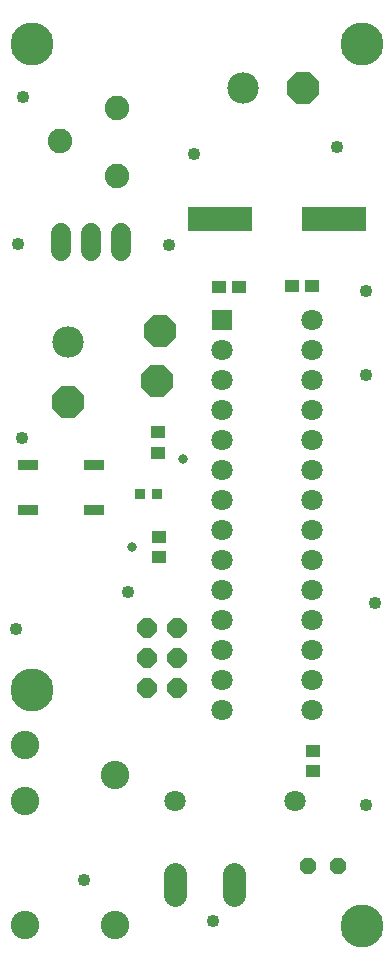
<source format=gts>
G75*
%MOIN*%
%OFA0B0*%
%FSLAX25Y25*%
%IPPOS*%
%LPD*%
%AMOC8*
5,1,8,0,0,1.08239X$1,22.5*
%
%ADD10R,0.04831X0.04437*%
%ADD11C,0.10500*%
%ADD12OC8,0.10500*%
%ADD13C,0.07550*%
%ADD14C,0.08177*%
%ADD15R,0.03650X0.03650*%
%ADD16OC8,0.05300*%
%ADD17R,0.21500X0.08100*%
%ADD18R,0.06500X0.03500*%
%ADD19C,0.09500*%
%ADD20R,0.07100X0.07100*%
%ADD21C,0.07100*%
%ADD22OC8,0.06500*%
%ADD23C,0.06500*%
%ADD24C,0.04262*%
%ADD25C,0.03200*%
%ADD26C,0.14343*%
D10*
X0056278Y0136055D03*
X0056278Y0142748D03*
X0055829Y0170940D03*
X0055829Y0177633D03*
X0076262Y0226102D03*
X0082955Y0226102D03*
X0100610Y0226436D03*
X0107303Y0226436D03*
X0107581Y0071449D03*
X0107581Y0064756D03*
D11*
X0026049Y0207746D03*
X0084216Y0292617D03*
D12*
X0104216Y0292617D03*
X0056475Y0211385D03*
X0055711Y0194622D03*
X0026049Y0187746D03*
D13*
X0061603Y0030407D02*
X0061603Y0023357D01*
X0081288Y0023357D02*
X0081288Y0030407D01*
D14*
X0042107Y0262981D03*
X0042107Y0285816D03*
X0023209Y0274792D03*
D15*
X0049774Y0157107D03*
X0055679Y0157107D03*
D16*
X0105755Y0033214D03*
X0115755Y0033214D03*
D17*
X0114540Y0248653D03*
X0076540Y0248653D03*
D18*
X0034611Y0166658D03*
X0034611Y0151658D03*
X0012611Y0151658D03*
X0012611Y0166658D03*
D19*
X0011682Y0013417D03*
X0011682Y0054917D03*
X0011682Y0073417D03*
X0041682Y0063417D03*
X0041682Y0013417D03*
D20*
X0077272Y0215150D03*
D21*
X0077272Y0205150D03*
X0077272Y0195150D03*
X0077272Y0185150D03*
X0077272Y0175150D03*
X0077272Y0165150D03*
X0077272Y0155150D03*
X0077272Y0145150D03*
X0077272Y0135150D03*
X0077272Y0125150D03*
X0077272Y0115150D03*
X0077272Y0105150D03*
X0077272Y0095150D03*
X0077272Y0085150D03*
X0061459Y0054661D03*
X0101459Y0054661D03*
X0107272Y0085150D03*
X0107272Y0095150D03*
X0107272Y0105150D03*
X0107272Y0115150D03*
X0107272Y0125150D03*
X0107272Y0135150D03*
X0107272Y0145150D03*
X0107272Y0155150D03*
X0107272Y0165150D03*
X0107272Y0175150D03*
X0107272Y0185150D03*
X0107272Y0195150D03*
X0107272Y0205150D03*
X0107272Y0215150D03*
D22*
X0062128Y0112323D03*
X0062128Y0102323D03*
X0062128Y0092323D03*
X0052128Y0092323D03*
X0052128Y0102323D03*
X0052128Y0112323D03*
D23*
X0043463Y0237975D02*
X0043463Y0243975D01*
X0033463Y0243975D02*
X0033463Y0237975D01*
X0023463Y0237975D02*
X0023463Y0243975D01*
D24*
X0009133Y0240309D03*
X0010799Y0289305D03*
X0010466Y0175649D03*
X0008466Y0111989D03*
X0031130Y0028331D03*
X0045796Y0124321D03*
X0074126Y0014665D03*
X0125121Y0053328D03*
X0128121Y0120655D03*
X0125121Y0196647D03*
X0125121Y0224644D03*
X0115455Y0272640D03*
X0067793Y0270306D03*
X0059461Y0239976D03*
D25*
X0064127Y0168650D03*
X0047129Y0139320D03*
D26*
X0013799Y0091658D03*
X0013799Y0306969D03*
X0123788Y0306969D03*
X0123788Y0012999D03*
M02*

</source>
